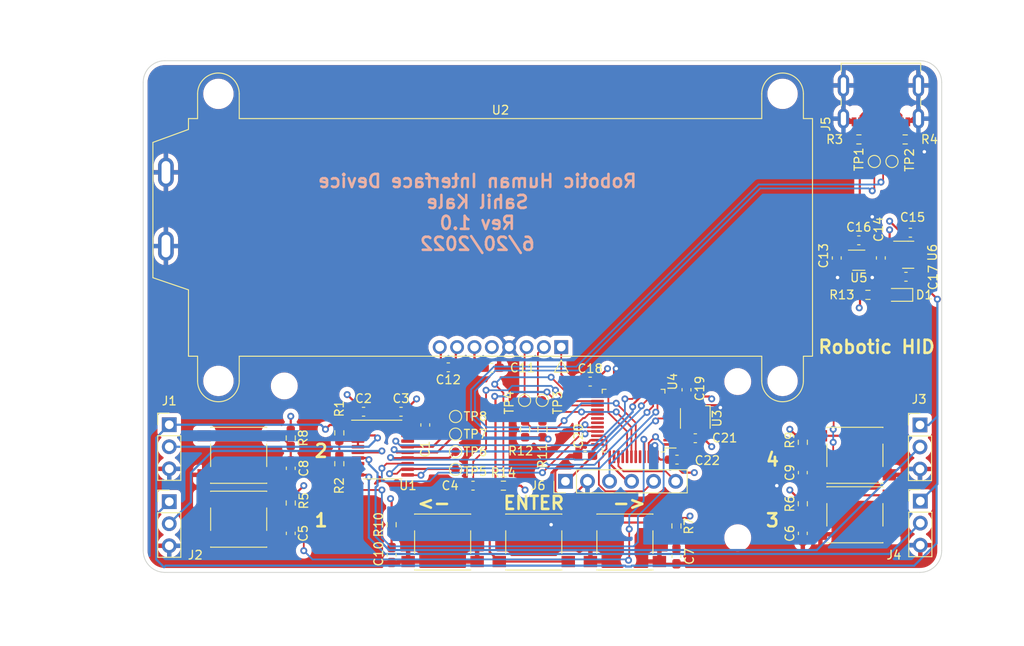
<source format=kicad_pcb>
(kicad_pcb (version 20211014) (generator pcbnew)
  (layers (0 "F.Cu" signal) (1 "In1.Cu" signal) (2 "In2.Cu" signal) (31 "B.Cu" signal) (34 "B.Paste" user) (35 "F.Paste" user) (36 "B.SilkS" user "B.Silkscreen") (37 "F.SilkS" user "F.Silkscreen") (38 "B.Mask" user) (39 "F.Mask" user) (44 "Edge.Cuts" user))
  (net 0 "")
  (net 1 "Net-(C1-Pad1)")
  (net 2 "GND")
  (net 3 "+3V3")
  (net 4 "+5V")
  (net 5 "/Button Interfaces/SW_1")
  (net 6 "/Button Interfaces/SW_3")
  (net 7 "/Button Interfaces/USER_SW_1")
  (net 8 "/Button Interfaces/SW_2")
  (net 9 "/Button Interfaces/SW_4")
  (net 10 "/Button Interfaces/USER_SW_2")
  (net 11 "Net-(C11-Pad1)")
  (net 12 "Net-(C12-Pad1)")
  (net 13 "Net-(C12-Pad2)")
  (net 14 "+1V2")
  (net 15 "Net-(D1-Pad2)")
  (net 16 "/Analog Interfaces/AIN0")
  (net 17 "/Analog Interfaces/AIN1")
  (net 18 "/Analog Interfaces/AIN2")
  (net 19 "/Analog Interfaces/AIN3")
  (net 20 "Net-(J5-PadA5)")
  (net 21 "/USB/D+")
  (net 22 "/USB/D-")
  (net 24 "Net-(J5-PadB5)")
  (net 26 "/MCU/NRST")
  (net 27 "/MCU/SWCLK")
  (net 28 "/MCU/SWDIO")
  (net 29 "/MCU/SWO")
  (net 30 "Net-(R1-Pad2)")
  (net 31 "/LCD/SCL")
  (net 32 "/LCD/SDA")
  (net 33 "/Analog Interfaces/CS")
  (net 34 "/Analog Interfaces/SCLK")
  (net 35 "/Analog Interfaces/MOSI")
  (net 36 "/Analog Interfaces/MISO")
  (net 37 "/Analog Interfaces/RESET")
  (net 38 "/Analog Interfaces/DRDY")
  (net 40 "/LCD/RST")
  (net 42 "/MCU/CLKIN")
  (net 54 "/Button Interfaces/USER_SW_3")
  (footprint "Capacitor_SMD:C_0603_1608Metric_Pad1.08x0.95mm_HandSolder" (layer "F.Cu") (at 144 89.5 -90)
    (fp_text reference "C5")
    (fp_text value "10nF")
  )
  (footprint "Button_Switch_SMD:SW_Push_1P1T_NO_6x6mm_H9.5mm" (layer "F.Cu") (at 138 80.5)
    (fp_text reference "SW4" hide)
    (fp_text value "SW_Push")
  )
  (footprint "LED_SMD:LED_0603_1608Metric_Pad1.05x0.95mm_HandSolder" (layer "F.Cu") (at 214 62 180)
    (fp_text reference "D1")
    (fp_text value "LED")
  )
  (footprint "Capacitor_SMD:C_0603_1608Metric_Pad1.08x0.95mm_HandSolder" (layer "F.Cu") (at 189.596 72.944 90)
    (fp_text reference "C19")
    (fp_text value "0.1uF")
  )
  (footprint "Resistor_SMD:R_0603_1608Metric_Pad0.98x0.95mm_HandSolder" (layer "F.Cu") (at 203 86.0875 -90)
    (fp_text reference "R6")
    (fp_text value "5.1k")
  )
  (footprint "Capacitor_SMD:C_0603_1608Metric_Pad1.08x0.95mm_HandSolder" (layer "F.Cu") (at 155.622 92 -90)
    (fp_text reference "C10")
    (fp_text value "10nF")
  )
  (footprint "Connector_PinHeader_2.54mm:PinHeader_1x06_P2.54mm_Vertical" (layer "F.Cu") (at 175.65 83.5 90)
    (fp_text reference "J6")
    (fp_text value "PROG HEADER")
  )
  (footprint "Capacitor_SMD:C_0603_1608Metric_Pad1.08x0.95mm_HandSolder" (layer "F.Cu") (at 209.45 55.714 180)
    (fp_text reference "C16")
    (fp_text value "1uF")
  )
  (footprint "Capacitor_SMD:C_0603_1608Metric_Pad1.08x0.95mm_HandSolder" (layer "F.Cu") (at 177.912 80.564 180)
    (fp_text reference "C20")
    (fp_text value "0.1uF")
  )
  (footprint "Capacitor_SMD:C_0603_1608Metric_Pad1.08x0.95mm_HandSolder" (layer "F.Cu") (at 159.5 77 90)
    (fp_text reference "C1")
    (fp_text value "220nF")
  )
  (footprint "Connector_PinHeader_2.54mm:PinHeader_1x03_P2.54mm_Vertical" (layer "F.Cu") (at 130 85.85)
    (fp_text reference "J2")
    (fp_text value "Conn_01x03_Male")
  )
  (footprint "Capacitor_SMD:C_0603_1608Metric_Pad1.08x0.95mm_HandSolder" (layer "F.Cu") (at 167.15 70.41)
    (fp_text reference "C11")
    (fp_text value "1uF")
  )
  (footprint "Package_TO_SOT_SMD:SOT-353_SC-70-5" (layer "F.Cu") (at 209.45 58)
    (fp_text reference "U5")
    (fp_text value "MIC5365-3.3YC5")
  )
  (footprint "Capacitor_SMD:C_0603_1608Metric_Pad1.08x0.95mm_HandSolder" (layer "F.Cu") (at 144 82 -90)
    (fp_text reference "C8")
    (fp_text value "10nF")
  )
  (footprint "Capacitor_SMD:C_0603_1608Metric_Pad1.08x0.95mm_HandSolder" (layer "F.Cu") (at 214.884 59.912)
    (fp_text reference "C17")
    (fp_text value "10nF")
  )
  (footprint "Capacitor_SMD:C_0603_1608Metric_Pad1.08x0.95mm_HandSolder" (layer "F.Cu") (at 203 82.5 -90)
    (fp_text reference "C9")
    (fp_text value "10nF")
  )
  (footprint "Button_Switch_SMD:SW_Push_1P1T_NO_6x6mm_H9.5mm" (layer "F.Cu") (at 182.5 90.5)
    (fp_text reference "SW3" hide)
    (fp_text value "SW_Push")
  )
  (footprint "MountingHole:MountingHole_2.1mm" (layer "F.Cu") (at 195.5 90)
    (fp_text reference "H4" hide)
    (fp_text value "MountingHole")
  )
  (footprint "Button_Switch_SMD:SW_Push_1P1T_NO_6x6mm_H9.5mm" (layer "F.Cu") (at 138 87.866)
    (fp_text reference "SW1" hide)
    (fp_text value "SW_Push")
  )
  (footprint "Capacitor_SMD:C_0603_1608Metric_Pad1.08x0.95mm_HandSolder" (layer "F.Cu") (at 215.392 54.832)
    (fp_text reference "C15")
    (fp_text value "0.1uF")
  )
  (footprint "TestPoint:TestPoint_Pad_D1.0mm" (layer "F.Cu") (at 213.27 46.62)
    (fp_text reference "TP2")
    (fp_text value "TestPoint")
  )
  (footprint "Connector_USB:USB_C_Receptacle_JAE_DX07S016JA1R1500" (layer "F.Cu") (at 212 39 180)
    (fp_text reference "J5")
    (fp_text value "USB_C_Receptacle_USB2.0")
  )
  (footprint "Resistor_SMD:R_0603_1608Metric_Pad0.98x0.95mm_HandSolder" (layer "F.Cu") (at 210.5 62)
    (fp_text reference "R13")
    (fp_text value "1k")
  )
  (footprint "Capacitor_SMD:C_0603_1608Metric_Pad1.08x0.95mm_HandSolder" (layer "F.Cu") (at 206.91 57.746 -90)
    (fp_text reference "C13")
    (fp_text value "1uF")
  )
  (footprint "Capacitor_SMD:C_0603_1608Metric_Pad1.08x0.95mm_HandSolder" (layer "F.Cu") (at 165 84 180)
    (fp_text reference "C4")
    (fp_text value "10nF")
  )
  (footprint "Capacitor_SMD:C_0603_1608Metric_Pad1.08x0.95mm_HandSolder" (layer "F.Cu") (at 162.1525 70.358 180)
    (fp_text reference "C12")
    (fp_text value "1uF")
  )
  (footprint "Connector_PinHeader_2.54mm:PinHeader_1x03_P2.54mm_Vertical" (layer "F.Cu") (at 130 76.975)
    (fp_text reference "J1")
    (fp_text value "Conn_01x03_Male")
  )
  (footprint "Capacitor_SMD:C_0603_1608Metric_Pad1.08x0.95mm_HandSolder" (layer "F.Cu") (at 203 89.5 -90)
    (fp_text reference "C6")
    (fp_text value "10nF")
  )
  (footprint "Button_Switch_SMD:SW_Push_1P1T_NO_6x6mm_H9.5mm" (layer "F.Cu") (at 161.5 90.5)
    (fp_text reference "SW6" hide)
    (fp_text value "SW_Push")
  )
  (footprint "Display:NHD-C0220BiZ" (layer "F.Cu") (at 168.166 52.122)
    (fp_text reference "U2")
    (fp_text value "NHD-C0220BIZ")
  )
  (footprint "Resistor_SMD:R_0603_1608Metric_Pad0.98x0.95mm_HandSolder" (layer "F.Cu") (at 168.5 84 180)
    (fp_text reference "R14")
    (fp_text value "5.1k")
  )
  (footprint "Resistor_SMD:R_0603_1608Metric_Pad0.98x0.95mm_HandSolder" (layer "F.Cu") (at 171 77.5 90)
    (fp_text reference "R12")
    (fp_text value "5.1k")
  )
  (footprint "Resistor_SMD:R_0603_1608Metric_Pad0.98x0.95mm_HandSolder" (layer "F.Cu") (at 144 78.5 -90)
    (fp_text reference "R8")
    (fp_text value "5.1k")
  )
  (footprint "TestPoint:TestPoint_Pad_D1.0mm" (layer "F.Cu") (at 211.238 46.62)
    (fp_text reference "TP1")
    (fp_text value "TestPoint")
  )
  (footprint "Capacitor_SMD:C_0603_1608Metric_Pad1.08x0.95mm_HandSolder" (layer "F.Cu") (at 190.612 78.532 180)
    (fp_text reference "C21")
    (fp_text value "0.1uF")
  )
  (footprint "TestPoint:TestPoint_Pad_D1.0mm" (layer "F.Cu") (at 162.9875 80.089)
    (fp_text reference "TP6")
    (fp_text value "TestPoint")
  )
  (footprint "Resistor_SMD:R_0603_1608Metric_Pad0.98x0.95mm_HandSolder" (layer "F.Cu") (at 188.438 88.646 -90)
    (fp_text reference "R7")
    (fp_text value "5.1k")
  )
  (footprint "Oscillator:Oscillator_SMD_Kyocera_KC2520Z-4Pin_2.5x2.0mm" (layer "F.Cu") (at 190.612 76.246 -90)
    (fp_text reference "U3")
    (fp_text value "KC2520Z24")
  )
  (footprint "Resistor_SMD:R_0603_1608Metric_Pad0.98x0.95mm_HandSolder" (layer "F.Cu") (at 144 86 -90)
    (fp_text reference "R5")
    (fp_text value "5.1k")
  )
  (footprint "Capacitor_SMD:C_0603_1608Metric_Pad1.08x0.95mm_HandSolder" (layer "F.Cu") (at 188.438 92.146 -90)
    (fp_text reference "C7")
    (fp_text value "10nF")
  )
  (footprint "TestPoint:TestPoint_Pad_D1.0mm" (layer "F.Cu") (at 172.974 74.168 180)
    (fp_text reference "TP3")
    (fp_text value "TestPoint")
  )
  (footprint "Button_Switch_SMD:SW_Push_1P1T_NO_6x6mm_H9.5mm" (layer "F.Cu") (at 209 80.5)
    (fp_text reference "SW5" hide)
    (fp_text value "SW_Push")
  )
  (footprint "MountingHole:MountingHole_2.1mm" (layer "F.Cu") (at 143.256 72.5)
    (fp_text reference "H1" hide)
    (fp_text value "MountingHole")
  )
  (footprint "Resistor_SMD:R_0603_1608Metric_Pad0.98x0.95mm_HandSolder" (layer "F.Cu") (at 149.594 77.9125 -90)
    (fp_text reference "R1")
    (fp_text value "10k")
  )
  (footprint "TestPoint:TestPoint_Pad_D1.0mm" (layer "F.Cu") (at 162.9875 82.121 180)
    (fp_text reference "TP5")
    (fp_text value "TestPoint")
  )
  (footprint "Package_SO:TSSOP-20_4.4x6.5mm_P0.65mm" (layer "F.Cu") (at 154.6055 79.835)
    (fp_text reference "U1")
    (fp_text value "ADS130B04")
  )
  (footprint "MountingHole:MountingHole_2.1mm" (layer "F.Cu") (at 195.5 72)
    (fp_text reference "H2" hide)
    (fp_text value "MountingHole")
  )
  (footprint "Capacitor_SMD:C_0603_1608Metric_Pad1.08x0.95mm_HandSolder" (layer "F.Cu") (at 156.706 75.476 180)
    (fp_text reference "C3")
    (fp_text value "1uF")
  )
  (footprint "Package_TO_SOT_SMD:SOT-23" (layer "F.Cu") (at 215.138 57.372)
    (fp_text reference "U6")
    (fp_text value "ISL6002DIH")
  )
  (footprint "Resistor_SMD:R_0603_1608Metric_Pad0.98x0.95mm_HandSolder" (layer "F.Cu") (at 173 77.5 90)
    (fp_text reference "R11")
    (fp_text value "5.1k")
  )
  (footprint "TestPoint:TestPoint_Pad_D1.0mm" (layer "F.Cu") (at 162.9875 76.025 -90)
    (fp_text reference "TP8")
    (fp_text value "TestPoint")
  )
  (footprint "Resistor_SMD:R_0603_1608Metric_Pad0.98x0.95mm_HandSolder" (layer "F.Cu") (at 209.46 44.08 180)
    (fp_text reference "R3")
    (fp_text value "5.1k")
  )
  (footprint "Button_Switch_SMD:SW_Push_1P1T_NO_6x6mm_H9.5mm" (layer "F.Cu") (at 209 87.358)
    (fp_text reference "SW2" hide)
    (fp_text value "SW_Push")
  )
  (footprint "Package_QFP:LQFP-48_7x7mm_P0.5mm" (layer "F.Cu") (at 183.5 76.5 180)
    (fp_text reference "U4")
    (fp_text value "STM32L151CBTx")
  )
  (footprint "Capacitor_SMD:C_0603_1608Metric_Pad1.08x0.95mm_HandSolder" (layer "F.Cu") (at 211.99 57.746 -90)
    (fp_text reference "C14")
    (fp_text value "10uF")
  )
  (footprint "TestPoint:TestPoint_Pad_D1.0mm" (layer "F.Cu") (at 170.942 74.168 180)
    (fp_text reference "TP4")
    (fp_text value "TestPoint")
  )
  (footprint "Resistor_SMD:R_0603_1608Metric_Pad0.98x0.95mm_HandSolder" (layer "F.Cu") (at 155.622 88.5 -90)
    (fp_text reference "R10")
    (fp_text value "5.1k")
  )
  (footprint "Capacitor_SMD:C_0603_1608Metric_Pad1.08x0.95mm_HandSolder" (layer "F.Cu") (at 188.5 81)
    (fp_text reference "C22")
    (fp_text value "0.1uF")
  )
  (footprint "Resistor_SMD:R_0603_1608Metric_Pad0.98x0.95mm_HandSolder" (layer "F.Cu") (at 203 79 -90)
    (fp_text reference "R9")
    (fp_text value "5.1k")
  )
  (footprint "Resistor_SMD:R_0603_1608Metric_Pad0.98x0.95mm_HandSolder" (layer "F.Cu") (at 149.594 81.4685 -90)
    (fp_text reference "R2")
    (fp_text value "10k")
  )
  (footprint "Resistor_SMD:R_0603_1608Metric_Pad0.98x0.95mm_HandSolder" (layer "F.Cu") (at 214.794 44.08)
    (fp_text reference "R4")
    (fp_text value "5.1k")
  )
  (footprint "Connector_PinHeader_2.54mm:PinHeader_1x03_P2.54mm_Vertical" (layer "F.Cu") (at 216.536 85.781)
    (fp_text reference "J4")
    (fp_text value "Conn_01x03_Male")
  )
  (footprint "Button_Switch_SMD:SW_Push_1P1T_NO_6x6mm_H9.5mm" (layer "F.Cu") (at 172 90.5 180)
    (fp_text reference "SW7" hide)
    (fp_text value "SW_Push")
  )
  (footprint "Capacitor_SMD:C_0603_1608Metric_Pad1.08x0.95mm_HandSolder" (layer "F.Cu") (at 178.5 72 180)
    (fp_text reference "C18")
    (fp_text value "0.1uF")
  )
  (footprint "TestPoint:TestPoint_Pad_D1.0mm" (layer "F.Cu") (at 162.9875 78.057 -90)
    (fp_text reference "TP7")
    (fp_text value "TestPoint")
  )
  (footprint "Capacitor_SMD:C_0603_1608Metric_Pad1.08x0.95mm_HandSolder" (layer "F.Cu") (at 152.388 75.476)
    (fp_text reference "C2")
    (fp_text value "0.1uF")
  )
  (footprint "Connector_PinHeader_2.54mm:PinHeader_1x03_P2.54mm_Vertical" (layer "F.Cu") (at 216.5 77)
    (fp_text reference "J3")
    (fp_text value "Conn_01x03_Male")
  )
  (gr_line (start 219 37.5) (end 219 91.5) (layer "Edge.Cuts") (width 0.1))
  (gr_arc (start 129.5 94) (mid 127.732233 93.267767) (end 127 91.5) (layer "Edge.Cuts") (width 0.1))
  (gr_arc (start 219 91.5) (mid 218.267767 93.267767) (end 216.5 94) (layer "Edge.Cuts") (width 0.1))
  (gr_line (start 216.5 94) (end 129.5 94) (layer "Edge.Cuts") (width 0.1))
  (gr_arc (start 216.5 35) (mid 218.267767 35.732233) (end 219 37.5) (layer "Edge.Cuts") (width 0.1))
  (gr_arc (start 127 37.5) (mid 127.732233 35.732233) (end 129.5 35) (layer "Edge.Cuts") (width 0.1))
  (gr_line (start 127 91.5) (end 127 37.5) (layer "Edge.Cuts") (width 0.1))
  (gr_line (start 129.5 35) (end 216.5 35) (layer "Edge.Cuts") (width 0.1))
  (gr_text "Robotic Human Interface Device\nSahil Kale\nRev 1.0\n6/20/2022" (at 165.5 52.5) (layer "B.SilkS") (effects (font (size 1.5 1.5) (thickness 0.3)) (justify mirror)))
  (gr_text "4" (at 199.5 81) (layer "F.SilkS") (effects (font (size 1.5 1.5) (thickness 0.3))))
  (gr_text "<-" (at 160.5 86) (layer "F.SilkS") (effects (font (size 1.5 1.5) (thickness 0.3))))
  (gr_text "2" (at 147.5 80) (layer "F.SilkS") (effects (font (size 1.5 1.5) (thickness 0.3))))
  (gr_text "Robotic HID" (at 211.5 68) (layer "F.SilkS") (effects (font (size 1.5 1.5) (thickness 0.3))))
  (gr_text "ENTER\n" (at 172 86) (layer "F.SilkS") (effects (font (size 1.5 1.5) (thickness 0.3))))
  (gr_text "3" (at 199.5 88) (layer "F.SilkS") (effects (font (size 1.5 1.5) (thickness 0.3))))
  (gr_text "1" (at 147.5 88) (layer "F.SilkS") (effects (font (size 1.5 1.5) (thickness 0.3))))
  (gr_text "->" (at 183 86) (layer "F.SilkS") (effects (font (size 1.5 1.5) (thickness 0.3))))
  (segment (start 157.468 78.21) (end 159.1525 78.21) (width 0.25) (layer "F.Cu") (net 1))
  (segment (start 159.1525 78.21) (end 159.5 77.8625) (width 0.25) (layer "F.Cu") (net 1))
  (segment (start 185.75 80.6625) (end 185.75 79.565545) (width 0.25) (layer "F.Cu") (net 2))
  (segment (start 158.155861 77.56) (end 159.5 76.215861) (width 0.25) (layer "F.Cu") (net 2))
  (segment (start 174.25 88.25) (end 174 88.5) (width 0.25) (layer "F.Cu") (net 2))
  (segment (start 207 60) (end 207 58.6985) (width 0.25) (layer "F.Cu") (net 2))
  (segment (start 208.055 42.05) (end 207.68 41.675) (width 0.25) (layer "F.Cu") (net 2))
  (segment (start 174.475489 84.674511) (end 174.800978 85) (width 0.25) (layer "F.Cu") (net 2))
  (segment (start 177.0495 80.564) (end 177.0495 80.235494) (width 0.25) (layer "F.Cu") (net 2))
  (segment (start 188.438 93.0085) (end 186.7335 93.0085) (width 0.25) (layer "F.Cu") (net 2))
  (segment (start 207.5185 58) (end 208.5 58) (width 0.25) (layer "F.Cu") (net 2))
  (segment (start 175.975 88.25) (end 174.25 88.25) (width 0.25) (layer "F.Cu") (net 2))
  (segment (start 157.468 77.56) (end 158.155861 77.56) (width 0.25) (layer "F.Cu") (net 2))
  (segment (start 207 58.6985) (end 206.91 58.6085) (width 0.25) (layer "F.Cu") (net 2))
  (segment (start 189.687 75.521) (end 190.486511 74.721489) (width 0.25) (layer "F.Cu") (net 2))
  (segment (start 215.1 42.05) (end 215.1 43.4735) (width 0.25) (layer "F.Cu") (net 2))
  (segment (start 189.458 75.75) (end 187.6625 75.75) (width 0.25) (layer "F.Cu") (net 2))
  (segment (start 176.69 85) (end 178.19 83.5) (width 0.25) (layer "F.Cu") (net 2))
  (segment (start 204.4125 83.3625) (end 205.025 82.75) (width 0.25) (layer "F.Cu") (net 2))
  (segment (start 203 83.3625) (end 204.4125 83.3625) (width 0.25) (layer "F.Cu") (net 2))
  (segment (start 203 83.3625) (end 200.6375 83.3625) (width 0.25) (layer "F.Cu") (net 2))
  (segment (start 181.25 70.75) (end 181.5 70.5) (width 0.25) (layer "F.Cu") (net 2))
  (segment (start 215.1 42.05) (end 215.945 42.05) (width 0.25) (layer "F.Cu") (net 2))
  (segment (start 208.5875 55.4125) (end 211 53) (width 0.25) (layer "F.Cu") (net 2))
  (segment (start 174.475489 82.325489) (end 174.475489 84.674511) (width 0.25) (layer "F.Cu") (net 2))
  (segment (start 206.91 58.6085) (end 207.5185 58) (width 0.25) (layer "F.Cu") (net 2))
  (segment (start 152.430861 77.56) (end 153.2505 76.740361) (width 0.25) (layer "F.Cu") (net 2))
  (segment (start 178.534994 78.75) (end 179.3375 78.75) (width 0.25) (layer "F.Cu") (net 2))
  (segment (start 215.7065 44.08) (end 215.7065 44.2065) (width 0.25) (layer "F.Cu") (net 2))
  (segment (start 193.221489 74.721489) (end 193.5 75) (width 0.25) (layer "F.Cu") (net 2))
  (segment (start 215.7065 44.2065) (end 217 45.5) (width 0.25) (layer "F.Cu") (net 2))
  (segment (start 153.2505 76.740361) (end 153.2505 75.476) (width 0.25) (layer "F.Cu") (net 2))
  (segment (start 185.75 79.565545) (end 185.952178 79.363367) (width 0.25) (layer "F.Cu") (net 2))
  (segment (start 215.945 42.05) (end 216.32 41.675) (width 0.25) (layer "F.Cu") (net 2))
  (segment (start 177.0495 80.235494) (end 178.534994 78.75) (width 0.25) (layer "F.Cu") (net 2))
  (segment (start 174.800978 85) (end 176.69 85) (width 0.25) (layer "F.Cu") (net 2))
  (segment (start 177.0495 80.564) (end 176.236978 80.564) (width 0.25) (layer "F.Cu") (net 2))
  (segment (start 208.9 42.05) (end 208.055 42.05) (width 0.25) (layer "F.Cu") (net 2))
  (segment (start 211.99 59.01) (end 211 60) (width 0.25) (layer "F.Cu") (net 2))
  (segment (start 200.6375 83.3625) (end 200 84) (width 0.25) (layer "F.Cu") (net 2))
  (segment (start 189.687 75.521) (end 189.458 75.75) (width 0.25) (layer "F.Cu") (net 2))
  (segment (start 215.1 43.4735) (end 215.7065 44.08) (width 0.25) (layer "F.Cu") (net 2))
  (segment (start 211.99 58.6085) (end 211.99 59.01) (width 0.25) (layer "F.Cu") (net 2))
  (segment (start 190.486511 74.721489) (end 193.221489 74.721489) (width 0.25) (layer "F.Cu") (net 2))
  (segment (start 189.3625 81) (end 189.7495 80.613) (width 0.25) (layer "F.Cu") (net 2))
  (segment (start 176.236978 80.564) (end 174.475489 82.325489) (width 0.25) (layer "F.Cu") (net 2))
  (segment (start 159.5 76.215861) (end 159.5 76.1375) (width 0.25) (layer "F.Cu") (net 2))
  (segment (start 189.7495 80.613) (end 189.7495 78.532) (width 0.25) (layer "F.Cu") (net 2))
  (segment (start 208.5875 55.714) (end 208.5875 55.4125) (width 0.25) (layer "F.Cu") (net 2))
  (segment (start 181.25 72.3375) (end 181.25 70.75) (width 0.25) (layer "F.Cu") (net 2))
  (segment (start 151.743 77.56) (end 152.430861 77.56) (width 0.25) (layer "F.Cu") (net 2))
  (segment (start 186.7335 93.0085) (end 186.475 92.75) (width 0.25) (layer "F.Cu") (net 2))
  (via (at 211 60) (size 0.8) (drill 0.4) (layers "F.Cu" "B.Cu") (net 2))
  (via (at 185.952178 79.363367) (size 0.8) (drill 0.4) (layers "F.Cu" "B.Cu") (net 2))
  (via (at 217 45.5) (size 0.8) (drill 0.4) (layers "F.Cu" "B.Cu") (net 2))
  (via (at 211 53) (size 0.8) (drill 0.4) (layers "F.Cu" "B.Cu") (net 2))
  (via (at 193.5 75) (size 0.8) (drill 0.4) (layers "F.Cu" "B.Cu") (net 2))
  (via (at 207 60) (size 0.8) (drill 0.4) (layers "F.Cu" "B.Cu") (net 2))
  (via (at 181.5 70.5) (size 0.8) (drill 0.4) (layers "F.Cu" "B.Cu") (net 2))
  (via (at 200 84) (size 0.8) (drill 0.4) (layers "F.Cu" "B.Cu") (net 2))
  (via (at 174 88.5) (size 0.8) (drill 0.4) (layers "F.Cu" "B.Cu") (net 2))
  (segment (start 211 60) (end 207 60) (width 0.25) (layer "B.Cu") (net 2))
  (segment (start 170.5 84) (end 171 84.5) (width 0.25) (layer "F.Cu") (net 3))
  (segment (start 191.4745 77.0335) (end 191.537 76.971) (width 0.25) (layer "F.Cu") (net 3))
  (segment (start 214.332 54.832) (end 213 53.5) (width 0.25) (layer "F.Cu") (net 3))
  (segment (start 157.5685 74.9315) (end 158.5 74) (width 0.25) (layer "F.Cu") (net 3))
  (segment (start 209.5875 62) (end 209.5875 63.4125) (width 0.25) (layer "F.Cu") (net 3))
  (segment (start 191.4745 78.532) (end 191.532 78.532) (width 0.25) (layer "F.Cu") (net 3))
  (segment (start 155.622 87.5875) (end 155.622 85.622) (width 0.25) (layer "F.Cu") (net 3))
  (segment (start 214.2005 56.422) (end 214.2005 55.161) (width 0.25) (layer "F.Cu") (net 3))
  (segment (start 173 78.4125) (end 173.440824 78.4125) (width 0.25) (layer "F.Cu") (net 3))
  (segment (start 203 78.0875) (end 202.0875 78.0875) (width 0.25) (layer "F.Cu") (net 3))
  (segment (start 211.99 56.8835) (end 210.8665 56.8835) (width 0.25) (layer "F.Cu") (net 3))
  (segment (start 212.6165 56.8835) (end 213.739 56.8835) (width 0.25) (layer "F.Cu") (net 3))
  (segment (start 186.5875 81) (end 186.25 80.6625) (width 0.25) (layer "F.Cu") (net 3))
  (segment (start 187.6375 81) (end 186.5875 81) (width 0.25) (layer "F.Cu") (net 3))
  (segment (start 144 85.0875) (end 144.4125 85.0875) (width 0.25) (layer "F.Cu") (net 3))
  (segment (start 213.739 56.8835) (end 214.2005 56.422) (width 0.25) (layer "F.Cu") (net 3))
  (segment (start 189.596 73.8065) (end 189.680503 73.721997) (width 0.25) (layer "F.Cu") (net 3))
  (segment (start 189.7665 87.7335) (end 190 87.5) (width 0.25) (layer "F.Cu") (net 3))
  (segment (start 180.4125 72) (end 180.75 72.3375) (width 0.25) (layer "F.Cu") (net 3))
  (segment (start 210.8665 56.8835) (end 210.4 57.35) (width 0.25) (layer "F.Cu") (net 3))
  (segment (start 179.3625 71.6375) (end 180.5 70.5) (width 0.25) (layer "F.Cu") (net 3))
  (segment (start 213 56.5) (end 213 54.5) (width 0.25) (layer "F.Cu") (net 3))
  (segment (start 144.4125 85.0875) (end 145.5 84) (width 0.25) (layer "F.Cu") (net 3))
  (segment (start 188.465006 75.25) (end 189.596 74.119006) (width 0.25) (layer "F.Cu") (net 3))
  (segment (start 151.5255 74.5255) (end 150.5 73.5) (width 0.25) (layer "F.Cu") (net 3))
  (segment (start 210.3125 57.2625) (end 210.4 57.35) (width 0.25) (layer "F.Cu") (net 3))
  (segment (start 209.5875 62) (end 209.750489 61.837011) (width 0.25) (layer "F.Cu") (net 3))
  (segment (start 157.468 76.91) (end 157.468 75.5765) (width 0.25) (layer "F.Cu") (net 3))
  (segment (start 191.4745 78.532) (end 191.4745 77.0335) (width 0.25) (layer "F.Cu") (net 3))
  (segment (start 202.175 85.175) (end 201.5 84.5) (width 0.25) (layer "F.Cu") (net 3))
  (segment (start 178.7745 80.564) (end 178.7745 79.813) (width 0.25) (layer "F.Cu") (net 3))
  (segment (start 179.3625 72) (end 179.3625 71.6375) (width 0.25) (layer "F.Cu") (net 3))
  (segment (start 175.8385 83.5) (end 175.65 83.5) (width 0.25) (layer "F.Cu") (net 3))
  (segment (start 189.1375 82.5) (end 190.5 82.5) (width 0.25) (layer "F.Cu") (net 3))
  (segment (start 178.7745 79.813) (end 179.3375 79.25) (width 0.25) (layer "F.Cu") (net 3))
  (segment (start 179.3625 72) (end 180.4125 72) (width 0.25) (layer "F.Cu") (net 3))
  (segment (start 214.5295 54.832) (end 214.332 54.832) (width 0.25) (layer "F.Cu") (net 3))
  (segment (start 187.6375 81) (end 189.1375 82.5) (width 0.25) (layer "F.Cu") (net 3))
  (segment (start 144 77.5875) (end 144 76) (width 0.25) (layer "F.Cu") (net 3))
  (segment (start 189.596 74.119006) (end 189.596 73.8065) (width 0.25) (layer "F.Cu") (net 3))
  (segment (start 203 85.175) (end 202.175 85.175) (width 0.25) (layer "F.Cu") (net 3))
  (segment (start 151.5255 75.476) (end 151.5255 74.5255) (width 0.25) (layer "F.Cu") (net 3))
  (segment (start 151.743 76.91) (end 151.743 75.6935) (width 0.25) (layer "F.Cu") (net 3))
  (segment (start 188.438 87.7335) (end 189.7665 87.7335) (width 0.25) (layer "F.Cu") (net 3))
  (segment (start 155.622 85.622) (end 155.5 85.5) (width 0.25) (layer "F.Cu") (net 3))
  (segment (start 209.750489 57.999511) (end 210.4 57.35) (width 0.25) (layer "F.Cu") (net 3))
  (segment (start 169.4125 84) (end 170.5 84) (width 0.25) (layer "F.Cu") (net 3))
  (segment (start 157.468 75.5765) (end 157.5685 75.476) (width 0.25) (layer "F.Cu") (net 3))
  (segment (start 157.5685 75.476) (end 157.5685 74.9315) (width 0.25) (layer "F.Cu") (net 3))
  (segment (start 202.0875 78.0875) (end 201.5 77.5) (width 0.25) (layer "F.Cu") (net 3))
  (segment (start 211.99 56.8835) (end 212.6165 56.8835) (width 0.25) (layer "F.Cu") (net 3))
  (segment (start 173 78.4125) (end 171 78.4125) (width 0.25) (layer "F.Cu") (net 3))
  (segment (start 209.5875 63.4125) (end 209.5 63.5) (width 0.25) (layer "F.Cu") (net 3))
  (segment (start 210.3125 55.714) (end 210.3125 57.2625) (width 0.25) (layer "F.Cu") (net 3))
  (segment (start 187.6625 75.25) (end 188.465006 75.25) (width 0.25) (layer "F.Cu") (net 3))
  (segment (start 173.440824 78.4125) (end 173.653961 78.625637) (width 0.25) (layer "F.Cu") (net 3))
  (segment (start 212.6165 56.8835) (end 213 56.5) (width 0.25) (layer "F.Cu") (net 3))
  (segment (start 191.532 78.532) (end 192.5 79.5) (width 0.25) (layer "F.Cu") (net 3))
  (segment (start 192.225008 73.721997) (end 192.5 73.996989) (width 0.25) (layer "F.Cu") (net 3))
  (segment (start 151.743 75.6935) (end 151.5255 75.476) (width 0.25) (layer "F.Cu") (net 3))
  (segment (start 178.7745 80.564) (end 175.8385 83.5) (width 0.25) (layer "F.Cu") (net 3))
  (segment (start 189.680503 73.721997) (end 192.225008 73.721997) (width 0.25) (layer "F.Cu") (net 3))
  (segment (start 214.2005 55.161) (end 214.5295 54.832) (width 0.25) (layer "F.Cu") (net 3))
  (segment (start 209.750489 61.837011) (end 209.750489 57.999511) (width 0.25) (layer "F.Cu") (net 3))
  (via (at 171 84.5) (size 0.8) (drill 0.4) (layers "F.Cu" "B.Cu") (net 3))
  (via (at 155.5 85.5) (size 0.8) (drill 0.4) (layers "F.Cu" "B.Cu") (net 3))
  (via (at 190.5 82.5) (size 0.8) (drill 0.4) (layers "F.Cu" "B.Cu") (net 3))
  (via (at 209.5 63.5) (size 0.8) (drill 0.4) (layers "F.Cu" "B.Cu") (net 3))
  (via (at 145.5 84) (size 0.8) (drill 0.4) (layers "F.Cu" "B.Cu") (net 3))
  (via (at 213 53.5) (size 0.8) (drill 0.4) (layers "F.Cu" "B.Cu") (net 3))
  (via (at 201.5 84.5) (size 0.8) (drill 0.4) (layers "F.Cu" "B.Cu") (net 3))
  (via (at 201.5 77.5) (size 0.8) (drill 0.4) (layers "F.Cu" "B.Cu") (net 3))
  (via (at 192.5 73.996989) (size 0.8) (drill 0.4) (layers "F.Cu" "B.Cu") (net 3))
  (via (at 190 87.5) (size 0.8) (drill 0.4) (layers "F.Cu" "B.Cu") (net 3))
  (via (at 173.653961 78.625637) (size 0.8) (drill 0.4) (layers "F.Cu" "B.Cu") (net 3))
  (via (at 213 54.5) (size 0.8) (drill 0.4) (layers "F.Cu" "B.Cu") (net 3))
  (via (at 158.5 74) (size 0.8) (drill 0.4) (layers "F.Cu" "B.Cu") (net 3))
  (via (at 150.5 73.5) (size 0.8) (drill 0.4) (layers "F.Cu" "B.Cu") (net 3))
  (via (at 192.5 79.5) (size 0.8) (drill 0.4) (layers "F.Cu" "B.Cu") (net 3))
  (via (at 144 76) (size 0.8) (drill 0.4) (layers "F.Cu" "B.Cu") (net 3))
  (via (at 180.5 70.5) (size 0.8) (drill 0.4) (layers "F.Cu" "B.Cu") (net 3))
  (segment (start 209.65 42.05) (end 209.56048 42.13952) (width 0.25) (layer "F.Cu") (net 4))
  (segment (start 209.790489 41.225489) (end 210.19 40.825978) (width 0.25) (layer "F.Cu") (net 4))
  (segment (start 209.790489 41.909511) (end 209.790489 41.225489) (width 0.25) (layer "F.Cu") (net 4))
  (segment (start 208.5 58.65) (end 209.075 58.65) (width 0.25) (layer "F.Cu") (net 4))
  (segment (start 209.65 42.05) (end 209.65 41.378915) (width 0.25) (layer "F.Cu") (net 4))
  (segment (start 214.35 42.05) (end 214.35 41.3) (width 0.25) (layer "F.Cu") (net 4))
  (segment (start 213.875978 40.825978) (end 214.35 41.3) (width 0.25) (layer "F.Cu") (net 4))
  (segment (start 209.300978 57.575978) (end 209.075 57.35) (width 0.25) (layer "F.Cu") (net 4))
  (segment (start 209.56048 52.93952) (end 207 55.5) (width 0.25) (layer "F.Cu") (net 4))
  (segment (start 209.300978 58.424022) (end 209.300978 57.575978) (width 0.25) (layer "F.Cu") (net 4))
  (segment (start 206.91 56.8835) (end 208.0335 56.8835) (width 0.25) (layer "F.Cu") (net 4))
  (segment (start 208.0335 56.8835) (end 208.5 57.35) (width 0.25) (layer "F.Cu") (net 4))
  (segment (start 209.075 58.65) (end 209.300978 58.424022) (width 0.25) (layer "F.Cu") (net 4))
  (segment (start 207 55.5) (end 207 56.7935) (width 0.25) (layer "F.Cu") (net 4))
  (segment (start 209.075 57.35) (end 208.5 57.35) (width 0.25) (layer "F.Cu") (net 4))
  (segment (start 207 56.7935) (end 206.91 56.8835) (width 0.25) (layer "F.Cu") (net 4))
  (segment (start 210.19 40.825978) (end 213.875978 40.825978) (width 0.25) (layer "F.Cu") (net 4))
  (segment (start 209.56048 42.13952) (end 209.56048 52.93952) (width 0.25) (layer "F.Cu") (net 4))
  (segment (start 145.5 91.5) (end 145.5 90.1375) (width 0.2032) (layer "F.Cu") (net 5))
  (segment (start 134.025 85.616) (end 141.975 85.616) (width 0.25) (layer "F.Cu") (net 5))
  (segment (start 144 88.6375) (end 144 86.9125) (width 0.25) (layer "F.Cu") (net 5))
  (segment (start 184.75 78.730406) (end 184.68244 78.662846) (width 0.2032) (layer "F.Cu") (net 5))
  (segment (start 142.7035 85.616) (end 144 86.9125) (width 0.25) (layer "F.Cu") (net 5))
  (segment (start 183 92.515511) (end 182.91539 92.600121) (width 0.2032) (layer "F.Cu") (net 5))
  (segment (start 184.75 80.6625) (end 184.75 78.730406) (width 0.2032) (layer "F.Cu") (net 5))
  (segment (start 183 89) (end 183 92.515511) (width 0.2032) (layer "F.Cu") (net 5))
  (segment (start 141.975 85.616) (end 142.7035 85.616) (width 0.25) (layer "F.Cu") (net 5))
  (segment (start 145.5 90.1375) (end 144 88.6375) (width 0.2032) (layer "F.Cu") (net 5))
  (via (at 145.5 91.5) (size 0.8) (drill 0.4) (layers "F.Cu" "B.Cu") (net 5))
  (via (at 184.68244 78.662846) (size 0.8) (drill 0.4) (layers "F.Cu" "B.Cu") (net 5))
  (via (at 182.91539 92.600121) (size 0.8) (drill 0.4) (layers "F.Cu" "B.Cu") (net 5))
  (via (at 183 89) (size 0.8) (drill 0.4) (layers "F.Cu" "B.Cu") (net 5))
  (segment (start 182.762391 92.5) (end 182.936401 92.67401) (width 0.2032) (layer "B.Cu") (net 5))
  (segment (start 145.5 91.5) (end 146.5 92.5) (width 0.2032) (layer "B.Cu") (net 5))
  (segment (start 184.658889 85.771591) (end 184.658889 78.686397) (width 0.2032) (layer "B.Cu") (net 5))
  (segment (start 183 87.43048) (end 184.658889 85.771591) (width 0.2032) (layer "B.Cu") (net 5))
  (segment (start 146.5 92.5) (end 182.762391 92.5) (width 0.2032) (layer "B.Cu") (net 5))
  (segment (start 184.658889 78.686397) (end 184.68244 78.662846) (width 0.2032) (layer "B.Cu") (net 5))
  (segment (start 183 89) (end 183 87.43048) (width 0.2032) (layer "B.Cu") (net 5))
  (segment (start 206.5 79) (end 206.5 83.633) (width 0.2032) (layer "F.Cu") (net 6))
  (segment (start 206.550713 77.449287) (end 206.5 77.5) (width 0.2032) (layer "F.Cu") (net 6))
  (segment (start 205.025 85.108) (end 208.108 85.108) (width 0.25) (layer "F.Cu") (net 6))
  (segment (start 182.25 71.568086) (end 186.318086 67.5) (width 0.2032) (layer "F.Cu") (net 6))
  (segment (start 208.108 85.108) (end 212.975 85.108) (width 0.25) (layer "F.Cu") (net 6))
  (segment (start 203 88.6375) (end 203 87) (width 0.25) (layer "F.Cu") (net 6))
  (segment (start 206.550713 70.812825) (end 206.550713 77.449287) (width 0.2032) (layer "F.Cu") (net 6))
  (segment (start 204.892 85.108) (end 203 87) (width 0.25) (layer "F.Cu") (net 6))
  (segment (start 205.025 85.108) (end 204.892 85.108) (width 0.25) (layer "F.Cu") (net 6))
  (segment (start 206.5 83.633) (end 205.025 85.108) (width 0.2032) (layer "F.Cu") (net 6))
  (segment (start 182.25 72.3375) (end 182.25 71.568086) (width 0.2032) (layer "F.Cu") (net 6))
  (segment (start 186.318086 67.5) (end 203.237888 67.5) (width 0.2032) (layer "F.Cu") (net 6))
  (segment (start 203.237888 67.5) (end 206.550713 70.812825) (width 0.2032) (layer "F.Cu") (net 6))
  (via (at 206.5 77.5) (size 0.8) (drill 0.4) (layers "F.Cu" "B.Cu") (net 6))
  (via (at 206.5 79) (size 0.8) (drill 0.4) (layers "F.Cu" "B.Cu") (net 6))
  (segment (start 206.5 77.5) (end 206.5 79) (width 0.2032) (layer "B.Cu") (net 6))
  (segment (start 186.475 88.25) (end 187.1295 88.25) (width 0.25) (layer "F.Cu") (net 7))
  (segment (start 179.302304 73.714804) (end 176.214804 73.714804) (width 0.2032) (layer "F.Cu") (net 7))
  (segment (start 178.4 88.25) (end 176.65 86.5) (width 0.2032) (layer "F.Cu") (net 7))
  (segment (start 170.663277 86.5) (end 168.5 84.336723) (width 0.2032) (layer "F.Cu") (net 7))
  (segment (start 168.5 73.2989) (end 167.5 72.2989) (width 0.2032) (layer "F.Cu") (net 7))
  (segment (start 178.525 88.25) (end 186.475 88.25) (width 0.25) (layer "F.Cu") (net 7))
  (segment (start 179.3375 73.75) (end 179.302304 73.714804) (width 0.2032) (layer "F.Cu") (net 7))
  (segment (start 188.438 89.5585) (end 188.438 91.2835) (width 0.25) (layer "F.Cu") (net 7))
  (segment (start 176.214804 73.714804) (end 174 71.5) (width 0.2032) (layer "F.Cu") (net 7))
  (segment (start 176.65 86.5) (end 170.663277 86.5) (width 0.2032) (layer "F.Cu") (net 7))
  (segment (start 168.5 84.336723) (end 168.5 73.2989) (width 0.2032) (layer "F.Cu") (net 7))
  (segment (start 187.1295 88.25) (end 188.438 89.5585) (width 0.25) (layer "F.Cu") (net 7))
  (segment (start 178.525 88.25) (end 178.4 88.25) (width 0.2032) (layer "F.Cu") (net 7))
  (via (at 174 71.5) (size 0.8) (drill 0.4) (layers "F.Cu" "B.Cu") (net 7))
  (via (at 167.5 72.2989) (size 0.8) (drill 0.4) (layers "F.Cu" "B.Cu") (net 7))
  (segment (start 168.2989 71.5) (end 167.5 72.2989) (width 0.2032) (layer "B.Cu") (net 7))
  (segment (start 174 71.5) (end 168.2989 71.5) (width 0.2032) (layer "B.Cu") (net 7))
  (segment (start 134.025 78.25) (end 141.975 78.25) (width 0.25) (layer "F.Cu") (net 8))
  (segment (start 185.251077 79.07296) (end 185.661771 78.662266) (width 0.2032) (layer "F.Cu") (net 8))
  (segment (start 185.25 80.6625) (end 185.25 79.150373) (width 0.2032) (layer "F.Cu") (net 8))
  (segment (start 144 81.1375) (end 144 79.4125) (width 0.25) (layer "F.Cu") (net 8))
  (segment (start 185.251077 79.149296) (end 185.251077 79.07296) (width 0.2032) (layer "F.Cu") (net 8))
  (segment (start 147.3625 84.5) (end 144 81.1375) (width 0.2032) (layer "F.Cu") (net 8))
  (segment (start 144 79.4125) (end 142.8375 78.25) (width 0.25) (layer "F.Cu") (net 8))
  (segment (start 185.25 79.150373) (end 185.251077 79.149296) (width 0.2032) (layer "F.Cu") (net 8))
  (segment (start 185.738107 78.662266) (end 186.033218 78.367155) (width 0.2032) (layer "F.Cu") (net 8))
  (segment (start 142.8375 78.25) (end 141.975 78.25) (width 0.25) (layer "F.Cu") (net 8))
  (segment (start 154.5 84.5) (end 147.3625 84.5) (width 0.2032) (layer "F.Cu") (net 8))
  (segment (start 185.661771 78.662266) (end 185.738107 78.662266) (width 0.2032) (layer "F.Cu") (net 8))
  (via (at 186.033218 78.367155) (size 0.8) (drill 0.4) (layers "F.Cu" "B.Cu") (net 8))
  (via (at 154.5 84.5) (size 0.8) (drill 0.4) (layers "F.Cu" "B.Cu") (net 8))
  (segment (start 154.5 90) (end 155.5 91) (width 0.2032) (layer "B.Cu") (net 8))
  (segment (start 186.961111 79.295048) (end 186.033218 78.367155) (width 0.2032) (layer "B.Cu") (net 8))
  (segment (start 184 87.5) (end 186.961111 84.538889) (width 0.2032) (layer "B.Cu") (net 8))
  (segment (start 183.5 91) (end 184 90.5) (width 0.2032) (layer "B.Cu") (net 8))
  (segment (start 154.5 84.5) (end 154.5 90) (width 0.2032) (layer "B.Cu") (net 8))
  (segment (start 155.5 91) (end 183.5 91) (width 0.2032) (layer "B.Cu") (net 8))
  (segment (start 186.961111 84.538889) (end 186.961111 79.295048) (width 0.2032) (layer "B.Cu") (net 8))
  (segment (start 184 90.5) (end 184 87.5) (width 0.2032) (layer "B.Cu") (net 8))
  (segment (start 181.75 72.3375) (end 181.75 71.428259) (width 0.2032) (layer "F.Cu") (net 9))
  (segment (start 203 79.9125) (end 204.6625 78.25) (width 0.25) (layer "F.Cu") (net 9))
  (segment (start 204.6625 78.25) (end 205.025 78.25) (width 0.25) (layer "F.Cu") (net 9))
  (segment (start 204 67) (end 207.5 70.5) (width 0.2032) (layer "F.Cu") (net 9))
  (segment (start 207.5 78) (end 207.75 78.25) (width 0.2032) (layer "F.Cu") (net 9))
  (segment (start 205.025 78.25) (end 207.75 78.25) (width 0.25) (layer "F.Cu") (net 9))
  (segment (start 186.178259 67) (end 204 67) (width 0.2032) (layer "F.Cu") (net 9))
  (segment (start 203 81.6375) (end 203 79.9125) (width 0.25) (layer "F.Cu") (net 9))
  (segment (start 207.75 78.25) (end 212.975 78.25) (width 0.25) (layer "F.Cu") (net 9))
  (segment (start 181.75 71.428259) (end 186.178259 67) (width 0.2032) (layer "F.Cu") (net 9))
  (segment (start 207.5 70.5) (end 207.5 78) (width 0.2032) (layer "F.Cu") (net 9))
  (segment (start 155.622 89.4125) (end 155.622 89.122) (width 0.25) (layer "F.Cu") (net 10))
  (segment (start 165.02388 81.217563) (end 165.02388 87.79888) (width 0.2032) (layer "F.Cu") (net 10))
  (segment (start 155.622 89.4125) (end 155.622 91.1375) (width 0.25) (layer "F.Cu") (net 10))
  (segment (start 179.3375 74.25) (end 175.75 74.25) (width 0.2032) (layer "F.Cu") (net 10))
  (segment (start 165.02388 87.79888) (end 165.475 88.25) (width 0.2032) (layer "F.Cu") (net 10))
  (segment (start 156.494 88.25) (end 157.525 88.25) (width 0.25) (layer "F.Cu") (net 10))
  (segment (start 166.5 79.741443) (end 165.02388 81.217563) (width 0.2032) (layer "F.Cu") (net 10))
  (segment (start 166.5 73) (end 166.5 79.741443) (width 0.2032) (layer "F.Cu") (net 10))
  (segment (start 155.622 89.122) (end 156.494 88.25) (width 0.25) (layer "F.Cu") (net 10))
  (segment (start 157.525 88.25) (end 165.475 88.25) (width 0.25) (layer "F.Cu") (net 10))
  (segment (start 175.75 74.25) (end 174.5 73) (width 0.2032) (layer "F.Cu") (net 10))
  (via (at 166.5 73) (size 0.8) (drill 0.4) (layers "F.Cu" "B.Cu") (net 10))
  (via (at 174.5 73) (size 0.8) (drill 0.4) (layers "F.Cu" "B.Cu") (net 10))
  (segment (start 169.5 72.5) (end 169 73) (width 0.2032) (layer "B.Cu") (net 10))
  (segment (start 174 72.5) (end 169.5 72.5) (width 0.2032) (layer "B.Cu") (net 10))
  (segment (start 174.5 73) (end 174 72.5) (width 0.2032) (layer "B.Cu") (net 10))
  (segment (start 169 73) (end 166.5 73) (width 0.2032) (layer "B.Cu") (net 10))
  (segment (start 165.166 69.2885) (end 165.166 68.022) (width 0.25) (layer "F.Cu") (net 11))
  (segment (start 166.2875 70.41) (end 165.166 69.2885) (width 0.25) (layer "F.Cu") (net 11))
  (segment (start 163.015 70.358) (end 163.015 68.173) (width 0.25) (layer "F.Cu") (net 12))
  (segment (start 163.015 68.173) (end 163.166 68.022) (width 0.25) (layer "F.Cu") (net 12))
  (segment (start 161.29 70.358) (end 161.29 68.146) (width 0.25) (layer "F.Cu") (net 13))
  (segment (start 161.29 68.146) (end 161.166 68.022) (width 0.25) (layer "F.Cu") (net 13))
  (segment (start 214.82102 60.71152) (end 216.71152 60.71152) (width 0.25) (layer "F.Cu") (net 14))
  (segment (start 216.71152 60.71152) (end 218.5 62.5) (width 0.25) (layer "F.Cu") (net 14))
  (segment (start 149.594 77) (end 148.5 77) (width 0.25) (layer "F.Cu") (net 14))
  (segment (start 214.0215 59.912) (end 214.0215 58.501) (width 0.25) (layer "F.Cu") (net 14))
  (segment (start 214.0215 59.912) (end 214.82102 60.71152) (width 0.25) (layer "F.Cu") (net 14))
  (segment (start 214.0215 58.501) (end 214.2005 58.322) (width 0.25) (layer "F.Cu") (net 14))
  (segment (start 148.5 77) (end 148 77.5) (width 0.25) (layer "F.Cu") (net 14))
  (via (at 218.5 62.5) (size 0.8) (drill 0.4) (layers "F.Cu" "B.Cu") (net 14))
  (via (at 148 77.5) (size 0.8) (drill 0.4) (layers "F.Cu" "B.Cu") (net 14))
  (segment (start 218.5 76) (end 217.5 77) (width 0.25) (layer "B.Cu") (net 14))
  (segment (start 128.5 87.35) (end 130 85.85) (width 0.25) (layer "B.Cu") (net 14))
  (segment (start 217.5 77) (end 216.5 77) (width 0.25) (layer "B.Cu") (net 14))
  (segment (start 218.5 83.817) (end 218.4085 83.9085) (width 0.25) (layer "B.Cu") (net 14))
  (segment (start 218.4085 83.9085) (end 218.4085 90.64951) (width 0.25) (layer "B.Cu") (net 14))
  (segment (start 182.615291 93.324622) (end 182.51517 93.224501) (width 0.25) (layer "B.Cu") (net 14))
  (segment (start 183.31561 93.224501) (end 183.215489 93.324622) (width 0.25) (layer "B.Cu") (net 14))
  (segment (start 128.5 92.5) (end 128.5 87.5) (width 0.25) (layer "B.Cu") (net 14))
  (segment (start 148 77.5) (end 147.475 76.975) (width 0.25) (layer "B.Cu") (net 14))
  (segment (start 128.5 87.5) (end 128.5 87.35) (width 0.25) (layer "B.Cu") (net 14))
  (segment (start 218.4085 90.64951) (end 215.833509 93.224501) (width 0.25) (layer "B.Cu") (net 14))
  (segment (start 182.51517 93.224501) (end 129.572521 93.224501) (width 0.25) (layer "B.Cu") (net 14))
  (segment (start 218.4085 83.9085) (end 216.536 85.781) (width 0.25) (layer "B.Cu") (net 14))
  (segment (start 128.5 87.5) (end 128.5 78.475) (width 0.25) (layer "B.Cu") (net 14))
  (segment (start 128.5 78.475) (end 130 76.975) (width 0.25) (layer "B.Cu") (net 14))
  (segment (start 183.215489 93.324622) (end 182.615291 93.324622) (width 0.25) (layer "B.Cu") (net 14))
  (segment (start 129.572521 93.224501) (end 129.398511 93.398511) (width 0.25) (layer "B.Cu") (net 14))
  (segment (start 218.5 76) (end 218.5 83.817) (width 0.25) (layer "B.Cu") (net 14))
  (segment (start 218.5 62.5) (end 218.5 76) (width 0.25) (layer "B.Cu") (net 14))
  (segment (start 129.398511 93.398511) (end 128.5 92.5) (width 0.25) (layer "B.Cu") (net 14))
  (segment (start 215.833509 93.224501) (end 183.31561 93.224501) (width 0.25) (layer "B.Cu") (net 14))
  (segment (start 147.475 76.975) (end 130 76.975) (width 0.25) (layer "B.Cu") (net 14))
  (segment (start 211.4125 62) (end 213.125 62) (width 0.25) (layer "F.Cu") (net 15))
  (segment (start 154 78.5) (end 153.71 78.21) (width 0.25) (layer "F.Cu") (net 16))
  (segment (start 153.71 78.21) (end 151.743 78.21) (width 0.25) (layer "F.Cu") (net 16))
  (via (at 154 78.5) (size 0.8) (drill 0.4) (layers "F.Cu" "B.Cu") (net 16))
  (segment (start 152.985 79.515) (end 154 78.5) (width 0.25) (layer "B.Cu") (net 16))
  (segment (start 130 79.515) (end 152.985 79.515) (width 0.25) (layer "B.Cu") (net 16))
  (segment (start 154.5 80) (end 154.34 80.16) (width 0.25) (layer "F.Cu") (net 17))
  (segment (start 154.34 80.16) (end 151.743 80.16) (width 0.25) (layer "F.Cu") (net 17))
  (via (at 154.5 80) (size 0.8) (drill 0.4) (layers "F.Cu" "B.Cu") (net 17))
  (segment (start 132 86.39) (end 132.5 85.89) (width 0.25) (layer "B.Cu") (net 17))
  (segment (start 130 88.39) (end 132 86.39) (width 0.25) (layer "B.Cu") (net 17))
  (segment (start 135 80) (end 154.5 80) (width 0.25) (layer "B.Cu") (net 17))
  (segment (start 132.5 85.89) (end 132.5 82.5) (width 0.25) (layer "B.Cu") (net 17))
  (segment (start 132.5 82.5) (end 135 80) (width 0.25) (layer "B.Cu") (net 17))
  (segment (start 152.81 80.81) (end 153 81) (width 0.25) (layer "F.Cu") (net 18))
  (segment (start 151.743 80.81) (end 152.81 80.81) (width 0.25) (layer "F.Cu") (net 18))
  (via (at 153 81) (size 0.8) (drill 0.4) (layers "F.Cu" "B.Cu") (net 18))
  (segment (start 216.5 79.54) (end 204.61389 91.42611) (width 0.25) (layer "B.Cu") (net 18))
  (segment (start 153 81.5246) (end 153 81) (width 0.25) (layer "B.Cu") (net 18))
  (segment (start 154 82.5246) (end 153 81.5246) (width 0.25) (layer "B.Cu") (net 18))
  (segment (start 154 83.9754) (end 154 82.5246) (width 0.25) (layer "B.Cu") (net 18))
  (segment (start 153.775499 89.878111) (end 153.775499 84.199901) (width 0.25) (layer "B.Cu") (net 18))
  (segment (start 155.323498 91.42611) (end 153.775499 89.878111) (width 0.25) (layer "B.Cu") (net 18))
  (segment (start 204.61389 91.42611) (end 155.323498 91.42611) (width 0.25) (layer "B.Cu") (net 18))
  (segment (start 153.775499 84.199901) (end 154 83.9754) (width 0.25) (layer "B.Cu") (net 18))
  (segment (start 151.743 82.76) (end 152.76 82.76) (width 0.25) (layer "F.Cu") (net 19))
  (segment (start 152.76 82.76) (end 153 83) (width 0.25) (layer "F.Cu") (net 19))
  (via (at 153 83) (size 0.8) (drill 0.4) (layers "F.Cu" "B.Cu") (net 19))
  (segment (start 154.875621 91.875621) (end 153 90) (width 0.25) (layer "B.Cu") (net 19))
  (segment (start 212.981379 91.875621) (end 154.875621 91.875621) (width 0.25) (layer "B.Cu") (net 19))
  (segment (start 216.536 88.321) (end 212.981379 91.875621) (width 0.25) (layer "B.Cu") (net 19))
  (segment (start 153 90) (end 153 83) (width 0.25) (layer "B.Cu") (net 19))
  (segment (start 213.75 43.9485) (end 213.8815 44.08) (width 0.25) (layer "F.Cu") (net 20))
  (segment (start 213.75 42.05) (end 213.75 43.9485) (width 0.25) (layer "F.Cu") (net 20))
  (segment (start 179.312501 77.725001) (end 178.210145 77.725001) (width 0.2) (layer "F.Cu") (net 21))
  (segment (start 212 49) (end 212.25 48.75) (width 0.2) (layer "F.Cu") (net 21))
  (segment (start 212.25 42.05) (end 211.75 42.05) (width 0.2) (layer "F.Cu") (net 21))
  (segment (start 212.25 45.6) (end 213.27 46.62) (width 0.2) (layer "F.Cu") (net 21))
  (segment (start 178.210145 77.725001) (end 177.910146 78.025) (width 0.2) (layer "F.Cu") (net 21))
  (segment (start 212.25 42.05) (end 212.25 45.6) (width 0.2) (layer "F.Cu") (net 21))
  (segment (start 212.25 48.75) (end 212.25 45.6) (width 0.2) (layer "F.Cu") (net 21))
  (via (at 212 49) (size 0.8) (drill 0.4) (layers "F.Cu" "B.Cu") (net 21))
  (via (at 177.910146 78.025) (size 0.8) (drill 0.4) (layers "F.Cu" "B.Cu") (net 21))
  (segment (start 177.910146 78.025) (end 177.610147 77.725001) (width 0.2) (layer "B.Cu") (net 21))
  (segment (start 197.9068 49.275) (end 211.725 49.275) (width 0.2) (layer "B.Cu") (net 21))
  (segment (start 164.775 72.9068) (end 167.4068 70.275) (width 0.2) (layer "B.Cu") (net 21))
  (segment (start 211.725 49.275) (end 212 49) (width 0.2) (layer "B.Cu") (net 21))
  (segment (start 164.775 76.0932) (end 164.775 72.9068) (width 0.2) (layer "B.Cu") (net 21))
  (segment (start 167.4068 70.275) (end 176.9068 70.275) (width 0.2) (layer "B.Cu") (net 21))
  (segment (start 177.610147 77.725001) (end 166.4068 77.725) (width 0.2) (layer "B.Cu") (net 21))
  (segment (start 166.4068 77.725) (end 164.775 76.0932) (width 0.2) (layer "B.Cu") (net 21))
  (segment (start 176.9068 70.275) (end 197.9068 49.275) (width 0.2) (layer "B.Cu") (net 21))
  (segment (start 211.238 49.762) (end 211.238 46.62) (width 0.2) (layer "F.Cu") (net 22))
  (segment (start 179.312501 77.274999) (end 178.210145 77.274999) (width 0.2) (layer "F.Cu") (net 22))
  (segment (start 211.238 42.062) (end 211.25 42.05) (width 0.2) (layer "F.Cu") (net 22))
  (segment (start 211.238 46.62) (end 211.238 42.062) (width 0.2) (layer "F.Cu") (net 22))
  (segment (start 211 50) (end 211.238 49.762) (width 0.2) (layer "F.Cu") (net 22))
  (segment (start 211.315489 41.250489) (end 211.25 41.315978) (width 0.2) (layer "F.Cu") (net 22))
  (segment (start 212.75 41.315978) (end 212.684511 41.250489) (width 0.2) (layer "F.Cu") (net 22))
  (segment (start 212.684511 41.250489) (end 211.315489 41.250489) (width 0.2) (layer "F.Cu") (net 22))
  (segment (start 211.25 41.315978) (end 211.25 42.05) (width 0.2) (layer "F.Cu") (net 22))
  (segment (start 212.75 42.05) (end 212.75 41.315978) (width 0.2) (layer "F.Cu") (net 22))
  (segment (start 178.210145 77.274999) (end 177.910146 76.975) (width 0.2) (layer "F.Cu") (net 22))
  (via (at 211 50) (size 0.8) (drill 0.4) (layers "F.Cu" "B.Cu") (net 22))
  (via (at 177.910146 76.975) (size 0.8) (drill 0.4) (layers "F.Cu" "B.Cu") (net 22))
  (segment (start 165.225 73.0932) (end 167.5932 70.725) (width 0.2) (layer "B.Cu") (net 22))
  (segment (start 166.5932 77.275) (end 165.225 75.9068) (width 0.2) (layer "B.Cu") (net 22))
  (segment (start 165.225 75.9068) (end 165.225 73.0932) (width 0.2) (layer "B.Cu") (net 22))
  (segment (start 210.8682 50) (end 211 50) (width 0.2) (layer "B.Cu") (net 22))
  (segment (start 167.5932 70.725) (end 177.0932 70.725) (width 0.2) (layer "B.Cu") (net 22))
  (segment (start 177.610147 77.274999) (end 166.5932 77.275) (width 0.2) (layer "B.Cu") (net 22))
  (segment (start 177.0932 70.725) (end 198.0932 49.725) (width 0.2) (layer "B.Cu") (net 22))
  (segment (start 177.910146 76.975) (end 177.610147 77.274999) (width 0.2) (layer "B.Cu") (net 22))
  (segment (start 198.0932 49.725) (end 210.5932 49.725) (width 0.2) (layer "B.Cu") (net 22))
  (segment (start 210.5932 49.725) (end 210.8682 50) (width 0.2) (layer "B.Cu") (net 22))
  (segment (start 210.3725 44.08) (end 210.75 43.7025) (width 0.25) (layer "F.Cu") (net 24))
  (segment (start 210.75 43.7025) (end 210.75 42.05) (width 0.25) (layer "F.Cu") (net 24))
  (segment (start 187.6625 76.25) (end 186.32568 76.25) (width 0.2032) (layer "F.Cu") (net 26))
  (segment (start 186.32568 76.25) (end 186.03784 76.53784) (width 0.2032) (layer "F.Cu") (net 26))
  (via (at 186.03784 76.53784) (size 0.8) (drill 0.4) (layers "F.Cu" "B.Cu") (net 26))
  (segment (start 180.73 81.623778) (end 185.815938 76.53784) (width 0.2032) (layer "B.Cu") (net 26))
  (segment (start 180.73 83.5) (end 180.73 81.623778) (width 0.2032) (layer "B.Cu") (net 26))
  (segment (start 185.815938 76.53784) (end 186.03784 76.53784) (width 0.2032) (layer "B.Cu") (net 26))
  (segment (start 183.27 83.5) (end 182.784994 83.5) (width 0.25) (layer "F.Cu") (net 27))
  (segment (start 182.784994 83.5) (end 180.75 81.465006) (width 0.25) (layer "F.Cu") (net 27))
  (segment (start 180.75 81.465006) (end 180.75 80.6625) (width 0.25) (layer "F.Cu") (net 27))
  (segment (start 180 80.143086) (end 180.37612 79.766966) (width 0.2032) (layer "F.Cu") (net 28))
  (segment (start 180.253193 84.651111) (end 179.5 83.897918) (width 0.2032) (layer "F.Cu") (net 28))
  (segment (start 179.5 83.897918) (end 179.5 81.137723) (width 0.2032) (layer "F.Cu") (net 28))
  (segment (start 180.37612 79.766966) (end 180.37612 78.519206) (width 0.2032) (layer "F.Cu") (net 28))
  (segment (start 179.5 81.137723) (end 180 80.637723) (width 0.2032) (layer "F.Cu") (net 28))
  (segment (start 180.37612 78.519206) (end 180.106914 78.25) (width 0.2032) (layer "F.Cu") (net 28))
  (segment (start 184.658889 84.651111) (end 180.253193 84.651111) (width 0.2032) (layer "F.Cu") (net 28))
  (segment (start 185.81 83.5) (end 184.658889 84.651111) (width 0.2032) (layer "F.Cu") (net 28))
  (segment (start 180 80.637723) (end 180 80.143086) (width 0.2032) (layer "F.Cu") (net 28))
  (segment (start 180.106914 78.25) (end 179.3375 78.25) (width 0.2032) (layer "F.Cu") (net 28))
  (segment (start 181.75 81.75) (end 181.75 80.6625) (width 0.2032) (layer "F.Cu") (net 29))
  (segment (start 182.348889 82.348889) (end 181.75 81.75) (width 0.2032) (layer "F.Cu") (net 29))
  (segment (start 188.35 83.5) (end 187.198889 82.348889) (width 0.2032) (layer "F.Cu") (net 29))
  (segment (start 187.198889 82.348889) (end 182.348889 82.348889) (width 0.2032) (layer "F.Cu") (net 29))
  (segment (start 151.743 78.86) (end 151.743 79.51) (width 0.25) (layer "F.Cu") (net 30))
  (segment (start 149.594 78.825) (end 151.708 78.825) (width 0.25) (layer "F.Cu") (net 30))
  (segment (start 149.594 80.556) (end 149.594 78.825) (width 0.25) (layer "F.Cu") (net 30))
  (segment (start 151.743 82.11) (end 151.743 81.46) (width 0.25) (layer "F.Cu") (net 30))
  (segment (start 151.743 81.46) (end 150.498 81.46) (width 0.25) (layer "F.Cu") (net 30))
  (segment (start 151.708 78.825) (end 151.743 78.86) (width 0.25) (layer "F.Cu") (net 30))
  (segment (start 150.498 81.46) (end 149.594 80.556) (width 0.25) (layer "F.Cu") (net 30))
  (segment (start 172.974 76.5615) (end 172.974 74.168) (width 0.2032) (layer "F.Cu") (net 31))
  (segment (start 173 76.5875) (end 174.0875 75.5) (width 0.2032) (layer "F.Cu") (net 31))
  (segment (start 172.474001 73.668001) (end 172.474001 68.713999) (width 0.2032) (layer "F.Cu") (net 31))
  (segment (start 174.0875 75.5) (end 175.5 75.5) (width 0.2032) (layer "F.Cu") (net 31))
  (segment (start 183.25 80.6625) (end 183.25 77.25) (width 0.2032) (layer "F.Cu") (net 31))
  (segment (start 172.974 74.168) (end 172.474001 73.668001) (width 0.2032) (layer "F.Cu") (net 31))
  (segment (start 175.5 75.5) (end 177.5 75.5) (width 0.2032) (layer "F.Cu") (net 31))
  (segment (start 172.474001 68.713999) (end 173.166 68.022) (width 0.2032) (layer "F.Cu") (net 31))
  (segment (start 183.25 77.25) (end 181.5 75.5) (width 0.2032) (layer "F.Cu") (net 31))
  (via (at 177.5 75.5) (size 0.8) (drill 0.4) (layers "F.Cu" "B.Cu") (net 31))
  (via (at 181.5 75.5) (size 0.8) (drill 0.4) (layers "F.Cu" "B.Cu") (net 31))
  (segment (start 181.5 75.5) (end 178 75.5) (width 0.2032) (layer "B.Cu") (net 31))
  (segment (start 178 75.5) (end 177.5 75.5) (width 0.2032) (layer "B.Cu") (net 31))
  (segment (start 170.942 76.5295) (end 170.942 74.168) (width 0.2032) (layer "F.Cu") (net 32))
  (segment (start 170.942 68.246) (end 171.166 68.022) (width 0.2032) (layer "F.Cu") (net 32))
  (segment (start 170.942 74.168) (end 170.942 68.246) (width 0.2032) (layer "F.Cu") (net 32))
  (segment (start 174.62388 77.37612) (end 171.78862 77.37612) (width 0.2032) (layer "F.Cu") (net 32))
  (segment (start 171 76.5875) (end 170.942 76.5295) (width 0.2032) (layer "F.Cu") (net 32))
  (segment (start 183.75 80.6625) (end 183.75 76.75) (width 0.2032) (layer "F.Cu") (net 32))
  (segment (start 171.78862 77.37612) (end 171 76.5875) (width 0.2032) (layer "F.Cu") (net 32))
  (segment (start 175.5 76.5) (end 174.62388 77.37612) (width 0.2032) (layer "F.Cu") (net 32))
  (segment (start 183.75 76.75) (end 181.5 74.5) (width 0.2032) (layer "F.Cu") (net 32))
  (via (at 181.5 74.5) (size 0.8) (drill 0.4) (layers "F.Cu" "B.Cu") (net 32))
  (via (at 175.5 76.5) (size 0.8) (drill 0.4) (layers "F.Cu" "B.Cu") (net 32))
  (segment (start 177.5 74.5) (end 175.5 76.5) (width 0.2032) (layer "B.Cu") (net 32))
  (segment (start 181.5 74.5) (end 177.5 74.5) (width 0.2032) (layer "B.Cu") (net 32))
  (segment (start 156.732751 82.11) (end 156.217488 82.625263) (width 0.2032) (layer "F.Cu") (net 33))
  (segment (start 157.468 82.11) (end 156.732751 82.11) (width 0.2032) (layer "F.Cu") (net 33))
  (segment (start 157.503601 82.074399) (end 162.940899 82.074399) (width 0.25) (layer "F.Cu") (net 33))
  (segment (start 162.940899 82.074399) (end 162.9875 82.121) (width 0.25) (layer "F.Cu") (net 33))
  (segment (start 157.468 82.11) (end 157.503601 82.074399) (width 0.25) (layer "F.Cu") (net 33))
  (segment (start 185.75 72.3375) (end 185.75 74.842665) (width 0.2032) (layer "F.Cu") (net 33))
  (segment (start 185.75 74.842665) (end 185.043542 75.549123) (width 0.2032) (layer "F.Cu") (net 33))
  (segment (start 156.217488 82.625263) (end 155.38323 82.625263) (width 0.2032) (layer "F.Cu") (net 33))
  (via (at 155.38323 82.625263) (size 0.8) (drill 0.4) (layers "F.Cu" "B.Cu") (net 33))
  (via (at 185.043542 75.549123) (size 0.8) (drill 0.4) (layers "F.Cu" "B.Cu") (net 33))
  (segment (start 173.658316 81.597289) (end 178.995376 81.597289) (width 0.2032) (layer "B.Cu") (net 33))
  (segment (start 172.341683 81.597289) (end 172.542785 81.396188) (width 0.2032) (layer "B.Cu") (net 33))
  (segment (start 156.411204 81.597289) (end 172.341683 81.597289) (width 0.2032) (layer "B.Cu") (net 33))
  (segment (start 172.542785 81.396188) (end 173.457216 81.396188) (width 0.2032) (layer "B.Cu") (net 33))
  (segment (start 173.457216 81.396188) (end 173.658316 81.597289) (width 0.2032) (layer "B.Cu") (net 33))
  (segment (start 155.38323 82.625263) (end 156.411204 81.597289) (width 0.2032) (layer "B.Cu") (net 33))
  (segment (start 178.995376 81.597289) (end 185.043542 75.549123) (width 0.2032) (layer "B.Cu") (net 33))
  (segment (start 162.2665 80.81) (end 157.468 80.81) (width 0.25) (layer "F.Cu") (net 34))
  (segment (start 155.5511 80.81) (end 155.5 80.7589) (width 0.2032) (layer "F.Cu") (net 34))
  (segment (start 185.25 72.3375) (end 185.25 73.933019) (width 0.2032) (layer "F.Cu") (net 34))
  (segment (start 162.9875 80.089) (end 162.2665 80.81) (width 0.25) (layer "F.Cu") (net 34))
  (segment (start 157.468 80.81) (end 155.5511 80.81) (width 0.2032) (layer "F.Cu") (net 34))
  (segment (start 185.25 73.933019) (end 184.390947 74.792072) (width 0.2032) (layer "F.Cu") (net 34))
  (via (at 184.390947 74.792072) (size 0.8) (drill 0.4) (layers "F.Cu" "B.Cu") (net 34))
  (via (at 155.5 80.7589) (size 0.8) (drill 0.4) (layers "F.Cu" "B.Cu") (net 34))
  (segment (start 172.369454 81) (end 155.7411 81) (width 0.2032) (layer "B.Cu") (net 34))
  (segment (start 176.724349 81) (end 176.671037 80.946688) (width 0.2032) (layer "B.Cu") (net 34))
  (segment (start 184.390947 74.792072) (end 184.390947 75.109053) (width 0.2032) (layer "B.Cu") (net 34))
  (segment (start 184.390947 75.109053) (end 178.5 81) (width 0.2032) (layer "B.Cu") (net 34))
  (segment (start 172.422766 80.946688) (end 172.369454 81) (width 0.2032) (layer "B.Cu") (net 34))
  (segment (start 176.671037 80.946688) (end 172.422766 80.946688) (width 0.2032) (layer "B.Cu") (net 34))
  (segment (start 178.5 81) (end 176.724349 81) (width 0.2032) (layer "B.Cu") (net 34))
  (segment (start 155.7411 81) (end 155.5 80.7589) (width 0.2032) (layer "B.Cu") (net 34))
  (segment (start 183.356914 74) (end 182.5 74) (width 0.2032) (layer "F.Cu") (net 35))
  (segment (start 156.74352 79.51) (end 156.099909 78.866389) (width 0.2032) (layer "F.Cu") (net 35))
  (segment (start 184.25 72.3375) (end 184.25 73.106914) (width 0.2032) (layer "F.Cu") (net 35))
  (segment (start 160.368464 79.51) (end 162.9875 76.890964) (width 0.25) (layer "F.Cu") (net 35))
  (segment (start 162.9875 76.890964) (end 162.9875 76.025) (width 0.25) (layer "F.Cu") (net 35))
  (segment (start 157.468 79.51) (end 156.74352 79.51) (width 0.2032) (layer "F.Cu") (net 35))
  (segment (start 157.468 79.51) (end 160.368464 79.51) (width 0.25) (layer "F.Cu") (net 35))
  (segment (start 184.25 73.106914) (end 183.356914 74) (width 0.2032) (layer "F.Cu") (net 35))
  (via (at 182.5 74) (size 0.8) (drill 0.4) (layers "F.Cu" "B.Cu") (net 35))
  (via (at 156.099909 78.866389) (size 0.8) (drill 0.4) (layers "F.Cu" "B.Cu") (net 35))
  (segment (start 156.566714 79.333194) (end 156.099909 78.866389) (width 0.2032) (layer "B.Cu") (net 35))
  (segment (start 182.5 75.794776) (end 178.961582 79.333194) (width 0.2032) (layer "B.Cu") (net 35))
  (segment (start 178.961582 79.333194) (end 156.566714 79.333194) (width 0.2032) (layer "B.Cu") (net 35))
  (segment (start 182.5 74) (end 182.5 75.794776) (width 0.2032) (layer "B.Cu") (net 35))
  (segment (start 184.75 72.3375) (end 184.75 73.312596) (width 0.25) (layer "F.Cu") (net 36))
  (segment (start 156.223332 80.16) (end 155.911259 79.847927) (width 0.25) (layer "F.Cu") (net 36))
  (segment (start 160.8845 80.16) (end 157.468 80.16) (width 0.25) (layer "F.Cu") (net 36))
  (segment (start 157.468 80.16) (end 156.223332 80.16) (width 0.25) (layer "F.Cu") (net 36))
  (segment (start 183.398018 74.664578) (end 183.398018 74.906512) (width 0.25) (layer "F.Cu") (net 36))
  (segment (start 184.75 73.312596) (end 183.398018 74.664578) (width 0.25) (layer "F.Cu") (net 36))
  (segment (start 162.9875 78.057) (end 160.8845 80.16) (width 0.25) (layer "F.Cu") (net 36))
  (via (at 183.398018 74.906512) (size 0.8) (drill 0.4) (layers "F.Cu" "B.Cu") (net 36))
  (via (at 155.911259 79.847927) (size 0.8) (drill 0.4) (layers "F.Cu" "B.Cu") (net 36))
  (segment (start 183.398018 74.906512) (end 183.398018 75.49937) (width 0.25) (layer "B.Cu") (net 36))
  (segment (start 183.398018 75.49937) (end 178.843686 80.053702) (width 0.25) (layer "B.Cu") (net 36))
  (segment (start 156.117034 80.053702) (end 155.911259 79.847927) (width 0.25) (layer "B.Cu") (net 36))
  (segment (start 178.843686 80.053702) (end 156.117034 80.053702) (width 0.25) (layer "B.Cu") (net 36))
  (segment (start 157.468 82.76) (end 157.5069 82.7989) (width 0.2032) (layer "F.Cu") (net 37))
  (segment (start 186.25 72.3375) (end 186.25 75.334172) (width 0.2032) (layer "F.Cu") (net 37))
  (segment (start 157.5069 82.7989) (end 159 82.7989) (width 0.2032) (layer "F.Cu") (net 37))
  (segment (start 186.25 75.334172) (end 186.061955 75.522217) (width 0.2032) (layer "F.Cu") (net 37))
  (via (at 159 82.7989) (size 0.8) (drill 0.4) (layers "F.Cu" "B.Cu") (net 37))
  (via (at 186.061955 75.522217) (size 0.8) (drill 0.4) (layers "F.Cu" "B.Cu") (net 37))
  (segment (start 159.7989 82) (end 159 82.7989) (width 0.2032) (layer "B.Cu") (net 37))
  (segment (start 173.290407 81.798899) (end 172.709593 81.798899) (width 0.2032) (layer "B.Cu") (net 37))
  (segment (start 172.508492 82) (end 159.7989 82) (width 0.2032) (layer "B.Cu") (net 37))
  (segment (start 173.491508 82) (end 173.290407 81.798899) (width 0.2032) (layer "B.Cu") (net 37))
  (segment (start 172.709593 81.798899) (end 172.508492 82) (width 0.2032) (layer "B.Cu") (net 37))
  (segment (start 179.584172 82) (end 173.491508 82) (width 0.2032) (layer "B.Cu") (net 37))
  (segment (start 186.061955 75.522217) (end 179.584172 82) (width 0.2032) (layer "B.Cu") (net 37))
  (segment (start 155.04 81.46) (end 157.468 81.46) (width 0.2032) (layer "F.Cu") (net 38))
  (segment (start 154.5 82) (end 155.04 81.46) (width 0.2032) (layer "F.Cu") (net 38))
  (segment (start 177.201101 78.298899) (end 177.201101 76.686505) (width 0.2032) (layer "F.Cu") (net 38))
  (segment (start 177.201101 76.686505) (end 177.686505 76.201101) (width 0.2032) (layer "F.Cu") (net 38))
  (segment (start 178.319519 75.75) (end 179.3375 75.75) (width 0.2032) (layer "F.Cu") (net 38))
  (segment (start 177.868418 76.201101) (end 178.319519 75.75) (width 0.2032) (layer "F.Cu") (net 38))
  (segment (start 173 82.5) (end 177.201101 78.298899) (width 0.2032) (layer "F.Cu") (net 38))
  (segment (start 177.686505 76.201101) (end 177.868418 76.201101) (width 0.2032) (layer "F.Cu") (net 38))
  (via (at 173 82.5) (size 0.8) (drill 0.4) (layers "F.Cu" "B.Cu") (net 38))
  (via (at 154.5 82) (size 0.8) (drill 0.4) (layers "F.Cu" "B.Cu") (net 38))
  (segment (start 161 82.5) (end 160 83.5) (width 0.2032) (layer "B.Cu") (net 38))
  (segment (start 173 82.5) (end 161 82.5) (width 0.2032) (layer "B.Cu") (net 38))
  (segment (start 154.5 83.5) (end 154.5 82) (width 0.2032) (layer "B.Cu") (net 38))
  (segment (start 160 83.5) (end 154.5 83.5) (width 0.2032) (layer "B.Cu") (net 38))
  (segment (start 182.75 80.6625) (end 182.75 77.741508) (width 0.2032) (layer "F.Cu") (net 40))
  (segment (start 177 73) (end 175.166 71.166) (width 0.2032) (layer "F.Cu") (net 40))
  (segment (start 179.856914 73) (end 177 73) (width 0.2032) (layer "F.Cu") (net 40))
  (segment (start 182.75 77.741508) (end 180.597289 75.588797) (width 0.2032) (layer "F.Cu") (net 40))
  (segment (start 175.166 71.166) (end 175.166 68.022) (width 0.2032) (layer "F.Cu") (net 40))
  (segment (start 180.597289 73.740375) (end 179.856914 73) (width 0.2032) (layer "F.Cu") (net 40))
  (segment (start 180.597289 75.588797) (end 180.597289 73.740375) (width 0.2032) (layer "F.Cu") (net 40))
  (segment (start 189.687 76.971) (end 189.408 77.25) (width 0.25) (layer "F.Cu") (net 42))
  (segment (start 189.408 77.25) (end 187.6625 77.25) (width 0.25) (layer "F.Cu") (net 42))
  (segment (start 168.025 92.75) (end 175.975 92.75) (width 0.25) (layer "F.Cu") (net 54))
  (segment (start 167.5875 84) (end 167.5875 73.7886) (width 0.25) (layer "F.Cu") (net 54))
  (segment (start 175.063792 74.75) (end 179.3375 74.75) (width 0.2032) (layer "F.Cu") (net 54))
  (segment (start 175.063792 74.75) (end 173.514892 73.2011) (width 0.2032) (layer "F.Cu") (net 54))
  (segment (start 165.8625 84) (end 167.5875 84) (width 0.25) (layer "F.Cu") (net 54))
  (segment (start 166.925489 91.650489) (end 166.925489 84.662011) (width 0.25) (layer "F.Cu") (net 54))
  (segment (start 167.5875 73.7886) (end 167.5 73.7011) (width 0.25) (layer "F.Cu") (net 54))
  (segment (start 166.925489 84.662011) (end 167.5875 84) (width 0.25) (layer "F.Cu") (net 54))
  (segment (start 168.025 92.75) (end 166.925489 91.650489) (width 0.25) (layer "F.Cu") (net 54))
  (via (at 167.5 73.7011) (size 0.8) (drill 0.4) (layers "F.Cu" "B.Cu") (net 54))
  (via (at 173.514892 73.2011) (size 0.8) (drill 0.4) (layers "F.Cu" "B.Cu") (net 54))
  (segment (start 169.401512 73.2011) (end 168.901512 73.7011) (width 0.25) (layer "B.Cu") (net 54))
  (segment (start 173.514892 73.2011) (end 169.401512 73.2011) (width 0.25) (layer "B.Cu") (net 54))
  (segment (start 168.901512 73.7011) (end 167.5 73.7011) (width 0.25) (layer "B.Cu") (net 54))
  (zone (net 2) (net_name "GND") (layers "F.Cu" "In1.Cu" "B.Cu") (connect_pads (clearance 0.508)) (min_thickness 0.254) (fill yes (thermal_gap 0.508) (thermal_bridge_width 0.508))
    (polygon (pts (xy 228.5 102.5) (xy 110.5 101) (xy 114.5 28) (xy 226 28)))
  )
)
</source>
